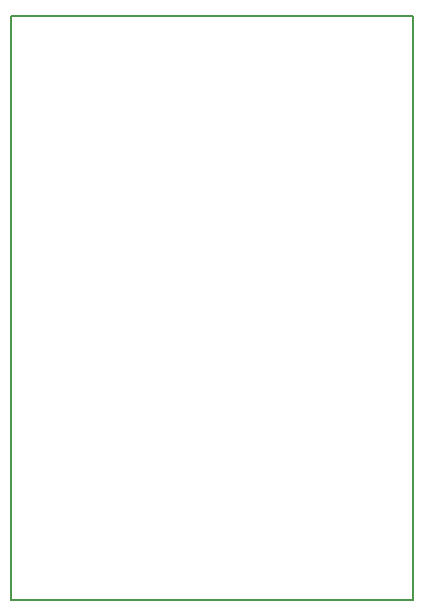
<source format=gbr>
G04 #@! TF.GenerationSoftware,KiCad,Pcbnew,(5.1.0)-1*
G04 #@! TF.CreationDate,2019-05-30T14:49:56+02:00*
G04 #@! TF.ProjectId,UWED,55574544-2e6b-4696-9361-645f70636258,rev?*
G04 #@! TF.SameCoordinates,Original*
G04 #@! TF.FileFunction,Profile,NP*
%FSLAX46Y46*%
G04 Gerber Fmt 4.6, Leading zero omitted, Abs format (unit mm)*
G04 Created by KiCad (PCBNEW (5.1.0)-1) date 2019-05-30 14:49:56*
%MOMM*%
%LPD*%
G04 APERTURE LIST*
%ADD10C,0.150000*%
G04 APERTURE END LIST*
D10*
X131483000Y-129763600D02*
X165519200Y-129763600D01*
X165519200Y-129763600D02*
X165519200Y-80243600D01*
X165519200Y-80243600D02*
X131483000Y-80243600D01*
X131483000Y-80243600D02*
X131483000Y-129763600D01*
M02*

</source>
